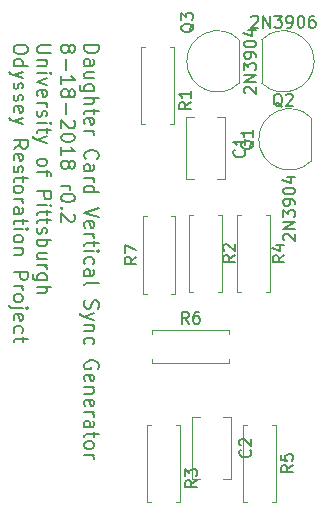
<source format=gbr>
G04 #@! TF.GenerationSoftware,KiCad,Pcbnew,(2017-12-21 revision 23d71cfa9)-makepkg*
G04 #@! TF.CreationDate,2018-08-18T11:58:49-04:00*
G04 #@! TF.ProjectId,OdysseyDaughterCardVertSyncGenerator,4F647973736579446175676874657243,0.2*
G04 #@! TF.SameCoordinates,Original*
G04 #@! TF.FileFunction,Legend,Top*
G04 #@! TF.FilePolarity,Positive*
%FSLAX46Y46*%
G04 Gerber Fmt 4.6, Leading zero omitted, Abs format (unit mm)*
G04 Created by KiCad (PCBNEW (2017-12-21 revision 23d71cfa9)-makepkg) date 08/18/18 11:58:49*
%MOMM*%
%LPD*%
G01*
G04 APERTURE LIST*
%ADD10C,0.200000*%
%ADD11C,0.120000*%
%ADD12C,0.150000*%
G04 APERTURE END LIST*
D10*
X131489142Y-80679714D02*
X132689142Y-80679714D01*
X132689142Y-80965428D01*
X132632000Y-81136857D01*
X132517714Y-81251142D01*
X132403428Y-81308285D01*
X132174857Y-81365428D01*
X132003428Y-81365428D01*
X131774857Y-81308285D01*
X131660571Y-81251142D01*
X131546285Y-81136857D01*
X131489142Y-80965428D01*
X131489142Y-80679714D01*
X131489142Y-82394000D02*
X132117714Y-82394000D01*
X132232000Y-82336857D01*
X132289142Y-82222571D01*
X132289142Y-81994000D01*
X132232000Y-81879714D01*
X131546285Y-82394000D02*
X131489142Y-82279714D01*
X131489142Y-81994000D01*
X131546285Y-81879714D01*
X131660571Y-81822571D01*
X131774857Y-81822571D01*
X131889142Y-81879714D01*
X131946285Y-81994000D01*
X131946285Y-82279714D01*
X132003428Y-82394000D01*
X132289142Y-83479714D02*
X131489142Y-83479714D01*
X132289142Y-82965428D02*
X131660571Y-82965428D01*
X131546285Y-83022571D01*
X131489142Y-83136857D01*
X131489142Y-83308285D01*
X131546285Y-83422571D01*
X131603428Y-83479714D01*
X132289142Y-84565428D02*
X131317714Y-84565428D01*
X131203428Y-84508285D01*
X131146285Y-84451142D01*
X131089142Y-84336857D01*
X131089142Y-84165428D01*
X131146285Y-84051142D01*
X131546285Y-84565428D02*
X131489142Y-84451142D01*
X131489142Y-84222571D01*
X131546285Y-84108285D01*
X131603428Y-84051142D01*
X131717714Y-83994000D01*
X132060571Y-83994000D01*
X132174857Y-84051142D01*
X132232000Y-84108285D01*
X132289142Y-84222571D01*
X132289142Y-84451142D01*
X132232000Y-84565428D01*
X131489142Y-85136857D02*
X132689142Y-85136857D01*
X131489142Y-85651142D02*
X132117714Y-85651142D01*
X132232000Y-85594000D01*
X132289142Y-85479714D01*
X132289142Y-85308285D01*
X132232000Y-85194000D01*
X132174857Y-85136857D01*
X132289142Y-86051142D02*
X132289142Y-86508285D01*
X132689142Y-86222571D02*
X131660571Y-86222571D01*
X131546285Y-86279714D01*
X131489142Y-86394000D01*
X131489142Y-86508285D01*
X131546285Y-87365428D02*
X131489142Y-87251142D01*
X131489142Y-87022571D01*
X131546285Y-86908285D01*
X131660571Y-86851142D01*
X132117714Y-86851142D01*
X132232000Y-86908285D01*
X132289142Y-87022571D01*
X132289142Y-87251142D01*
X132232000Y-87365428D01*
X132117714Y-87422571D01*
X132003428Y-87422571D01*
X131889142Y-86851142D01*
X131489142Y-87936857D02*
X132289142Y-87936857D01*
X132060571Y-87936857D02*
X132174857Y-87994000D01*
X132232000Y-88051142D01*
X132289142Y-88165428D01*
X132289142Y-88279714D01*
X131603428Y-90279714D02*
X131546285Y-90222571D01*
X131489142Y-90051142D01*
X131489142Y-89936857D01*
X131546285Y-89765428D01*
X131660571Y-89651142D01*
X131774857Y-89594000D01*
X132003428Y-89536857D01*
X132174857Y-89536857D01*
X132403428Y-89594000D01*
X132517714Y-89651142D01*
X132632000Y-89765428D01*
X132689142Y-89936857D01*
X132689142Y-90051142D01*
X132632000Y-90222571D01*
X132574857Y-90279714D01*
X131489142Y-91308285D02*
X132117714Y-91308285D01*
X132232000Y-91251142D01*
X132289142Y-91136857D01*
X132289142Y-90908285D01*
X132232000Y-90794000D01*
X131546285Y-91308285D02*
X131489142Y-91194000D01*
X131489142Y-90908285D01*
X131546285Y-90794000D01*
X131660571Y-90736857D01*
X131774857Y-90736857D01*
X131889142Y-90794000D01*
X131946285Y-90908285D01*
X131946285Y-91194000D01*
X132003428Y-91308285D01*
X131489142Y-91879714D02*
X132289142Y-91879714D01*
X132060571Y-91879714D02*
X132174857Y-91936857D01*
X132232000Y-91994000D01*
X132289142Y-92108285D01*
X132289142Y-92222571D01*
X131489142Y-93136857D02*
X132689142Y-93136857D01*
X131546285Y-93136857D02*
X131489142Y-93022571D01*
X131489142Y-92794000D01*
X131546285Y-92679714D01*
X131603428Y-92622571D01*
X131717714Y-92565428D01*
X132060571Y-92565428D01*
X132174857Y-92622571D01*
X132232000Y-92679714D01*
X132289142Y-92794000D01*
X132289142Y-93022571D01*
X132232000Y-93136857D01*
X132689142Y-94451142D02*
X131489142Y-94851142D01*
X132689142Y-95251142D01*
X131546285Y-96108285D02*
X131489142Y-95994000D01*
X131489142Y-95765428D01*
X131546285Y-95651142D01*
X131660571Y-95594000D01*
X132117714Y-95594000D01*
X132232000Y-95651142D01*
X132289142Y-95765428D01*
X132289142Y-95994000D01*
X132232000Y-96108285D01*
X132117714Y-96165428D01*
X132003428Y-96165428D01*
X131889142Y-95594000D01*
X131489142Y-96679714D02*
X132289142Y-96679714D01*
X132060571Y-96679714D02*
X132174857Y-96736857D01*
X132232000Y-96794000D01*
X132289142Y-96908285D01*
X132289142Y-97022571D01*
X132289142Y-97251142D02*
X132289142Y-97708285D01*
X132689142Y-97422571D02*
X131660571Y-97422571D01*
X131546285Y-97479714D01*
X131489142Y-97594000D01*
X131489142Y-97708285D01*
X131489142Y-98108285D02*
X132289142Y-98108285D01*
X132689142Y-98108285D02*
X132632000Y-98051142D01*
X132574857Y-98108285D01*
X132632000Y-98165428D01*
X132689142Y-98108285D01*
X132574857Y-98108285D01*
X131546285Y-99194000D02*
X131489142Y-99079714D01*
X131489142Y-98851142D01*
X131546285Y-98736857D01*
X131603428Y-98679714D01*
X131717714Y-98622571D01*
X132060571Y-98622571D01*
X132174857Y-98679714D01*
X132232000Y-98736857D01*
X132289142Y-98851142D01*
X132289142Y-99079714D01*
X132232000Y-99194000D01*
X131489142Y-100222571D02*
X132117714Y-100222571D01*
X132232000Y-100165428D01*
X132289142Y-100051142D01*
X132289142Y-99822571D01*
X132232000Y-99708285D01*
X131546285Y-100222571D02*
X131489142Y-100108285D01*
X131489142Y-99822571D01*
X131546285Y-99708285D01*
X131660571Y-99651142D01*
X131774857Y-99651142D01*
X131889142Y-99708285D01*
X131946285Y-99822571D01*
X131946285Y-100108285D01*
X132003428Y-100222571D01*
X131489142Y-100965428D02*
X131546285Y-100851142D01*
X131660571Y-100794000D01*
X132689142Y-100794000D01*
X131546285Y-102279714D02*
X131489142Y-102451142D01*
X131489142Y-102736857D01*
X131546285Y-102851142D01*
X131603428Y-102908285D01*
X131717714Y-102965428D01*
X131832000Y-102965428D01*
X131946285Y-102908285D01*
X132003428Y-102851142D01*
X132060571Y-102736857D01*
X132117714Y-102508285D01*
X132174857Y-102394000D01*
X132232000Y-102336857D01*
X132346285Y-102279714D01*
X132460571Y-102279714D01*
X132574857Y-102336857D01*
X132632000Y-102394000D01*
X132689142Y-102508285D01*
X132689142Y-102794000D01*
X132632000Y-102965428D01*
X132289142Y-103365428D02*
X131489142Y-103651142D01*
X132289142Y-103936857D02*
X131489142Y-103651142D01*
X131203428Y-103536857D01*
X131146285Y-103479714D01*
X131089142Y-103365428D01*
X132289142Y-104394000D02*
X131489142Y-104394000D01*
X132174857Y-104394000D02*
X132232000Y-104451142D01*
X132289142Y-104565428D01*
X132289142Y-104736857D01*
X132232000Y-104851142D01*
X132117714Y-104908285D01*
X131489142Y-104908285D01*
X131546285Y-105994000D02*
X131489142Y-105879714D01*
X131489142Y-105651142D01*
X131546285Y-105536857D01*
X131603428Y-105479714D01*
X131717714Y-105422571D01*
X132060571Y-105422571D01*
X132174857Y-105479714D01*
X132232000Y-105536857D01*
X132289142Y-105651142D01*
X132289142Y-105879714D01*
X132232000Y-105994000D01*
X132632000Y-108051142D02*
X132689142Y-107936857D01*
X132689142Y-107765428D01*
X132632000Y-107594000D01*
X132517714Y-107479714D01*
X132403428Y-107422571D01*
X132174857Y-107365428D01*
X132003428Y-107365428D01*
X131774857Y-107422571D01*
X131660571Y-107479714D01*
X131546285Y-107594000D01*
X131489142Y-107765428D01*
X131489142Y-107879714D01*
X131546285Y-108051142D01*
X131603428Y-108108285D01*
X132003428Y-108108285D01*
X132003428Y-107879714D01*
X131546285Y-109079714D02*
X131489142Y-108965428D01*
X131489142Y-108736857D01*
X131546285Y-108622571D01*
X131660571Y-108565428D01*
X132117714Y-108565428D01*
X132232000Y-108622571D01*
X132289142Y-108736857D01*
X132289142Y-108965428D01*
X132232000Y-109079714D01*
X132117714Y-109136857D01*
X132003428Y-109136857D01*
X131889142Y-108565428D01*
X132289142Y-109651142D02*
X131489142Y-109651142D01*
X132174857Y-109651142D02*
X132232000Y-109708285D01*
X132289142Y-109822571D01*
X132289142Y-109994000D01*
X132232000Y-110108285D01*
X132117714Y-110165428D01*
X131489142Y-110165428D01*
X131546285Y-111194000D02*
X131489142Y-111079714D01*
X131489142Y-110851142D01*
X131546285Y-110736857D01*
X131660571Y-110679714D01*
X132117714Y-110679714D01*
X132232000Y-110736857D01*
X132289142Y-110851142D01*
X132289142Y-111079714D01*
X132232000Y-111194000D01*
X132117714Y-111251142D01*
X132003428Y-111251142D01*
X131889142Y-110679714D01*
X131489142Y-111765428D02*
X132289142Y-111765428D01*
X132060571Y-111765428D02*
X132174857Y-111822571D01*
X132232000Y-111879714D01*
X132289142Y-111994000D01*
X132289142Y-112108285D01*
X131489142Y-113022571D02*
X132117714Y-113022571D01*
X132232000Y-112965428D01*
X132289142Y-112851142D01*
X132289142Y-112622571D01*
X132232000Y-112508285D01*
X131546285Y-113022571D02*
X131489142Y-112908285D01*
X131489142Y-112622571D01*
X131546285Y-112508285D01*
X131660571Y-112451142D01*
X131774857Y-112451142D01*
X131889142Y-112508285D01*
X131946285Y-112622571D01*
X131946285Y-112908285D01*
X132003428Y-113022571D01*
X132289142Y-113422571D02*
X132289142Y-113879714D01*
X132689142Y-113594000D02*
X131660571Y-113594000D01*
X131546285Y-113651142D01*
X131489142Y-113765428D01*
X131489142Y-113879714D01*
X131489142Y-114451142D02*
X131546285Y-114336857D01*
X131603428Y-114279714D01*
X131717714Y-114222571D01*
X132060571Y-114222571D01*
X132174857Y-114279714D01*
X132232000Y-114336857D01*
X132289142Y-114451142D01*
X132289142Y-114622571D01*
X132232000Y-114736857D01*
X132174857Y-114794000D01*
X132060571Y-114851142D01*
X131717714Y-114851142D01*
X131603428Y-114794000D01*
X131546285Y-114736857D01*
X131489142Y-114622571D01*
X131489142Y-114451142D01*
X131489142Y-115365428D02*
X132289142Y-115365428D01*
X132060571Y-115365428D02*
X132174857Y-115422571D01*
X132232000Y-115479714D01*
X132289142Y-115594000D01*
X132289142Y-115708285D01*
X130174857Y-80851142D02*
X130232000Y-80736857D01*
X130289142Y-80679714D01*
X130403428Y-80622571D01*
X130460571Y-80622571D01*
X130574857Y-80679714D01*
X130632000Y-80736857D01*
X130689142Y-80851142D01*
X130689142Y-81079714D01*
X130632000Y-81194000D01*
X130574857Y-81251142D01*
X130460571Y-81308285D01*
X130403428Y-81308285D01*
X130289142Y-81251142D01*
X130232000Y-81194000D01*
X130174857Y-81079714D01*
X130174857Y-80851142D01*
X130117714Y-80736857D01*
X130060571Y-80679714D01*
X129946285Y-80622571D01*
X129717714Y-80622571D01*
X129603428Y-80679714D01*
X129546285Y-80736857D01*
X129489142Y-80851142D01*
X129489142Y-81079714D01*
X129546285Y-81194000D01*
X129603428Y-81251142D01*
X129717714Y-81308285D01*
X129946285Y-81308285D01*
X130060571Y-81251142D01*
X130117714Y-81194000D01*
X130174857Y-81079714D01*
X129946285Y-81822571D02*
X129946285Y-82736857D01*
X129489142Y-83936857D02*
X129489142Y-83251142D01*
X129489142Y-83594000D02*
X130689142Y-83594000D01*
X130517714Y-83479714D01*
X130403428Y-83365428D01*
X130346285Y-83251142D01*
X130174857Y-84622571D02*
X130232000Y-84508285D01*
X130289142Y-84451142D01*
X130403428Y-84394000D01*
X130460571Y-84394000D01*
X130574857Y-84451142D01*
X130632000Y-84508285D01*
X130689142Y-84622571D01*
X130689142Y-84851142D01*
X130632000Y-84965428D01*
X130574857Y-85022571D01*
X130460571Y-85079714D01*
X130403428Y-85079714D01*
X130289142Y-85022571D01*
X130232000Y-84965428D01*
X130174857Y-84851142D01*
X130174857Y-84622571D01*
X130117714Y-84508285D01*
X130060571Y-84451142D01*
X129946285Y-84394000D01*
X129717714Y-84394000D01*
X129603428Y-84451142D01*
X129546285Y-84508285D01*
X129489142Y-84622571D01*
X129489142Y-84851142D01*
X129546285Y-84965428D01*
X129603428Y-85022571D01*
X129717714Y-85079714D01*
X129946285Y-85079714D01*
X130060571Y-85022571D01*
X130117714Y-84965428D01*
X130174857Y-84851142D01*
X129946285Y-85594000D02*
X129946285Y-86508285D01*
X130574857Y-87022571D02*
X130632000Y-87079714D01*
X130689142Y-87194000D01*
X130689142Y-87479714D01*
X130632000Y-87594000D01*
X130574857Y-87651142D01*
X130460571Y-87708285D01*
X130346285Y-87708285D01*
X130174857Y-87651142D01*
X129489142Y-86965428D01*
X129489142Y-87708285D01*
X130689142Y-88451142D02*
X130689142Y-88565428D01*
X130632000Y-88679714D01*
X130574857Y-88736857D01*
X130460571Y-88794000D01*
X130232000Y-88851142D01*
X129946285Y-88851142D01*
X129717714Y-88794000D01*
X129603428Y-88736857D01*
X129546285Y-88679714D01*
X129489142Y-88565428D01*
X129489142Y-88451142D01*
X129546285Y-88336857D01*
X129603428Y-88279714D01*
X129717714Y-88222571D01*
X129946285Y-88165428D01*
X130232000Y-88165428D01*
X130460571Y-88222571D01*
X130574857Y-88279714D01*
X130632000Y-88336857D01*
X130689142Y-88451142D01*
X129489142Y-89994000D02*
X129489142Y-89308285D01*
X129489142Y-89651142D02*
X130689142Y-89651142D01*
X130517714Y-89536857D01*
X130403428Y-89422571D01*
X130346285Y-89308285D01*
X130174857Y-90679714D02*
X130232000Y-90565428D01*
X130289142Y-90508285D01*
X130403428Y-90451142D01*
X130460571Y-90451142D01*
X130574857Y-90508285D01*
X130632000Y-90565428D01*
X130689142Y-90679714D01*
X130689142Y-90908285D01*
X130632000Y-91022571D01*
X130574857Y-91079714D01*
X130460571Y-91136857D01*
X130403428Y-91136857D01*
X130289142Y-91079714D01*
X130232000Y-91022571D01*
X130174857Y-90908285D01*
X130174857Y-90679714D01*
X130117714Y-90565428D01*
X130060571Y-90508285D01*
X129946285Y-90451142D01*
X129717714Y-90451142D01*
X129603428Y-90508285D01*
X129546285Y-90565428D01*
X129489142Y-90679714D01*
X129489142Y-90908285D01*
X129546285Y-91022571D01*
X129603428Y-91079714D01*
X129717714Y-91136857D01*
X129946285Y-91136857D01*
X130060571Y-91079714D01*
X130117714Y-91022571D01*
X130174857Y-90908285D01*
X129489142Y-92565428D02*
X130289142Y-92565428D01*
X130060571Y-92565428D02*
X130174857Y-92622571D01*
X130232000Y-92679714D01*
X130289142Y-92794000D01*
X130289142Y-92908285D01*
X130689142Y-93536857D02*
X130689142Y-93651142D01*
X130632000Y-93765428D01*
X130574857Y-93822571D01*
X130460571Y-93879714D01*
X130232000Y-93936857D01*
X129946285Y-93936857D01*
X129717714Y-93879714D01*
X129603428Y-93822571D01*
X129546285Y-93765428D01*
X129489142Y-93651142D01*
X129489142Y-93536857D01*
X129546285Y-93422571D01*
X129603428Y-93365428D01*
X129717714Y-93308285D01*
X129946285Y-93251142D01*
X130232000Y-93251142D01*
X130460571Y-93308285D01*
X130574857Y-93365428D01*
X130632000Y-93422571D01*
X130689142Y-93536857D01*
X129603428Y-94451142D02*
X129546285Y-94508285D01*
X129489142Y-94451142D01*
X129546285Y-94394000D01*
X129603428Y-94451142D01*
X129489142Y-94451142D01*
X130574857Y-94965428D02*
X130632000Y-95022571D01*
X130689142Y-95136857D01*
X130689142Y-95422571D01*
X130632000Y-95536857D01*
X130574857Y-95594000D01*
X130460571Y-95651142D01*
X130346285Y-95651142D01*
X130174857Y-95594000D01*
X129489142Y-94908285D01*
X129489142Y-95651142D01*
X128689142Y-80679714D02*
X127717714Y-80679714D01*
X127603428Y-80736857D01*
X127546285Y-80794000D01*
X127489142Y-80908285D01*
X127489142Y-81136857D01*
X127546285Y-81251142D01*
X127603428Y-81308285D01*
X127717714Y-81365428D01*
X128689142Y-81365428D01*
X128289142Y-81936857D02*
X127489142Y-81936857D01*
X128174857Y-81936857D02*
X128232000Y-81994000D01*
X128289142Y-82108285D01*
X128289142Y-82279714D01*
X128232000Y-82394000D01*
X128117714Y-82451142D01*
X127489142Y-82451142D01*
X127489142Y-83022571D02*
X128289142Y-83022571D01*
X128689142Y-83022571D02*
X128632000Y-82965428D01*
X128574857Y-83022571D01*
X128632000Y-83079714D01*
X128689142Y-83022571D01*
X128574857Y-83022571D01*
X128289142Y-83479714D02*
X127489142Y-83765428D01*
X128289142Y-84051142D01*
X127546285Y-84965428D02*
X127489142Y-84851142D01*
X127489142Y-84622571D01*
X127546285Y-84508285D01*
X127660571Y-84451142D01*
X128117714Y-84451142D01*
X128232000Y-84508285D01*
X128289142Y-84622571D01*
X128289142Y-84851142D01*
X128232000Y-84965428D01*
X128117714Y-85022571D01*
X128003428Y-85022571D01*
X127889142Y-84451142D01*
X127489142Y-85536857D02*
X128289142Y-85536857D01*
X128060571Y-85536857D02*
X128174857Y-85594000D01*
X128232000Y-85651142D01*
X128289142Y-85765428D01*
X128289142Y-85879714D01*
X127546285Y-86222571D02*
X127489142Y-86336857D01*
X127489142Y-86565428D01*
X127546285Y-86679714D01*
X127660571Y-86736857D01*
X127717714Y-86736857D01*
X127832000Y-86679714D01*
X127889142Y-86565428D01*
X127889142Y-86394000D01*
X127946285Y-86279714D01*
X128060571Y-86222571D01*
X128117714Y-86222571D01*
X128232000Y-86279714D01*
X128289142Y-86394000D01*
X128289142Y-86565428D01*
X128232000Y-86679714D01*
X127489142Y-87251142D02*
X128289142Y-87251142D01*
X128689142Y-87251142D02*
X128632000Y-87194000D01*
X128574857Y-87251142D01*
X128632000Y-87308285D01*
X128689142Y-87251142D01*
X128574857Y-87251142D01*
X128289142Y-87651142D02*
X128289142Y-88108285D01*
X128689142Y-87822571D02*
X127660571Y-87822571D01*
X127546285Y-87879714D01*
X127489142Y-87994000D01*
X127489142Y-88108285D01*
X128289142Y-88394000D02*
X127489142Y-88679714D01*
X128289142Y-88965428D02*
X127489142Y-88679714D01*
X127203428Y-88565428D01*
X127146285Y-88508285D01*
X127089142Y-88394000D01*
X127489142Y-90508285D02*
X127546285Y-90394000D01*
X127603428Y-90336857D01*
X127717714Y-90279714D01*
X128060571Y-90279714D01*
X128174857Y-90336857D01*
X128232000Y-90394000D01*
X128289142Y-90508285D01*
X128289142Y-90679714D01*
X128232000Y-90794000D01*
X128174857Y-90851142D01*
X128060571Y-90908285D01*
X127717714Y-90908285D01*
X127603428Y-90851142D01*
X127546285Y-90794000D01*
X127489142Y-90679714D01*
X127489142Y-90508285D01*
X128289142Y-91251142D02*
X128289142Y-91708285D01*
X127489142Y-91422571D02*
X128517714Y-91422571D01*
X128632000Y-91479714D01*
X128689142Y-91594000D01*
X128689142Y-91708285D01*
X127489142Y-93022571D02*
X128689142Y-93022571D01*
X128689142Y-93479714D01*
X128632000Y-93594000D01*
X128574857Y-93651142D01*
X128460571Y-93708285D01*
X128289142Y-93708285D01*
X128174857Y-93651142D01*
X128117714Y-93594000D01*
X128060571Y-93479714D01*
X128060571Y-93022571D01*
X127489142Y-94222571D02*
X128289142Y-94222571D01*
X128689142Y-94222571D02*
X128632000Y-94165428D01*
X128574857Y-94222571D01*
X128632000Y-94279714D01*
X128689142Y-94222571D01*
X128574857Y-94222571D01*
X128289142Y-94622571D02*
X128289142Y-95079714D01*
X128689142Y-94794000D02*
X127660571Y-94794000D01*
X127546285Y-94851142D01*
X127489142Y-94965428D01*
X127489142Y-95079714D01*
X128289142Y-95308285D02*
X128289142Y-95765428D01*
X128689142Y-95479714D02*
X127660571Y-95479714D01*
X127546285Y-95536857D01*
X127489142Y-95651142D01*
X127489142Y-95765428D01*
X127546285Y-96108285D02*
X127489142Y-96222571D01*
X127489142Y-96451142D01*
X127546285Y-96565428D01*
X127660571Y-96622571D01*
X127717714Y-96622571D01*
X127832000Y-96565428D01*
X127889142Y-96451142D01*
X127889142Y-96279714D01*
X127946285Y-96165428D01*
X128060571Y-96108285D01*
X128117714Y-96108285D01*
X128232000Y-96165428D01*
X128289142Y-96279714D01*
X128289142Y-96451142D01*
X128232000Y-96565428D01*
X127489142Y-97136857D02*
X128689142Y-97136857D01*
X128232000Y-97136857D02*
X128289142Y-97251142D01*
X128289142Y-97479714D01*
X128232000Y-97594000D01*
X128174857Y-97651142D01*
X128060571Y-97708285D01*
X127717714Y-97708285D01*
X127603428Y-97651142D01*
X127546285Y-97594000D01*
X127489142Y-97479714D01*
X127489142Y-97251142D01*
X127546285Y-97136857D01*
X128289142Y-98736857D02*
X127489142Y-98736857D01*
X128289142Y-98222571D02*
X127660571Y-98222571D01*
X127546285Y-98279714D01*
X127489142Y-98394000D01*
X127489142Y-98565428D01*
X127546285Y-98679714D01*
X127603428Y-98736857D01*
X127489142Y-99308285D02*
X128289142Y-99308285D01*
X128060571Y-99308285D02*
X128174857Y-99365428D01*
X128232000Y-99422571D01*
X128289142Y-99536857D01*
X128289142Y-99651142D01*
X128289142Y-100565428D02*
X127317714Y-100565428D01*
X127203428Y-100508285D01*
X127146285Y-100451142D01*
X127089142Y-100336857D01*
X127089142Y-100165428D01*
X127146285Y-100051142D01*
X127546285Y-100565428D02*
X127489142Y-100451142D01*
X127489142Y-100222571D01*
X127546285Y-100108285D01*
X127603428Y-100051142D01*
X127717714Y-99994000D01*
X128060571Y-99994000D01*
X128174857Y-100051142D01*
X128232000Y-100108285D01*
X128289142Y-100222571D01*
X128289142Y-100451142D01*
X128232000Y-100565428D01*
X127489142Y-101136857D02*
X128689142Y-101136857D01*
X127489142Y-101651142D02*
X128117714Y-101651142D01*
X128232000Y-101594000D01*
X128289142Y-101479714D01*
X128289142Y-101308285D01*
X128232000Y-101194000D01*
X128174857Y-101136857D01*
X126689142Y-80908285D02*
X126689142Y-81136857D01*
X126632000Y-81251142D01*
X126517714Y-81365428D01*
X126289142Y-81422571D01*
X125889142Y-81422571D01*
X125660571Y-81365428D01*
X125546285Y-81251142D01*
X125489142Y-81136857D01*
X125489142Y-80908285D01*
X125546285Y-80794000D01*
X125660571Y-80679714D01*
X125889142Y-80622571D01*
X126289142Y-80622571D01*
X126517714Y-80679714D01*
X126632000Y-80794000D01*
X126689142Y-80908285D01*
X125489142Y-82451142D02*
X126689142Y-82451142D01*
X125546285Y-82451142D02*
X125489142Y-82336857D01*
X125489142Y-82108285D01*
X125546285Y-81994000D01*
X125603428Y-81936857D01*
X125717714Y-81879714D01*
X126060571Y-81879714D01*
X126174857Y-81936857D01*
X126232000Y-81994000D01*
X126289142Y-82108285D01*
X126289142Y-82336857D01*
X126232000Y-82451142D01*
X126289142Y-82908285D02*
X125489142Y-83194000D01*
X126289142Y-83479714D02*
X125489142Y-83194000D01*
X125203428Y-83079714D01*
X125146285Y-83022571D01*
X125089142Y-82908285D01*
X125546285Y-83879714D02*
X125489142Y-83994000D01*
X125489142Y-84222571D01*
X125546285Y-84336857D01*
X125660571Y-84394000D01*
X125717714Y-84394000D01*
X125832000Y-84336857D01*
X125889142Y-84222571D01*
X125889142Y-84051142D01*
X125946285Y-83936857D01*
X126060571Y-83879714D01*
X126117714Y-83879714D01*
X126232000Y-83936857D01*
X126289142Y-84051142D01*
X126289142Y-84222571D01*
X126232000Y-84336857D01*
X125546285Y-84851142D02*
X125489142Y-84965428D01*
X125489142Y-85194000D01*
X125546285Y-85308285D01*
X125660571Y-85365428D01*
X125717714Y-85365428D01*
X125832000Y-85308285D01*
X125889142Y-85194000D01*
X125889142Y-85022571D01*
X125946285Y-84908285D01*
X126060571Y-84851142D01*
X126117714Y-84851142D01*
X126232000Y-84908285D01*
X126289142Y-85022571D01*
X126289142Y-85194000D01*
X126232000Y-85308285D01*
X125546285Y-86336857D02*
X125489142Y-86222571D01*
X125489142Y-85994000D01*
X125546285Y-85879714D01*
X125660571Y-85822571D01*
X126117714Y-85822571D01*
X126232000Y-85879714D01*
X126289142Y-85994000D01*
X126289142Y-86222571D01*
X126232000Y-86336857D01*
X126117714Y-86394000D01*
X126003428Y-86394000D01*
X125889142Y-85822571D01*
X126289142Y-86794000D02*
X125489142Y-87079714D01*
X126289142Y-87365428D02*
X125489142Y-87079714D01*
X125203428Y-86965428D01*
X125146285Y-86908285D01*
X125089142Y-86794000D01*
X125489142Y-89422571D02*
X126060571Y-89022571D01*
X125489142Y-88736857D02*
X126689142Y-88736857D01*
X126689142Y-89194000D01*
X126632000Y-89308285D01*
X126574857Y-89365428D01*
X126460571Y-89422571D01*
X126289142Y-89422571D01*
X126174857Y-89365428D01*
X126117714Y-89308285D01*
X126060571Y-89194000D01*
X126060571Y-88736857D01*
X125546285Y-90394000D02*
X125489142Y-90279714D01*
X125489142Y-90051142D01*
X125546285Y-89936857D01*
X125660571Y-89879714D01*
X126117714Y-89879714D01*
X126232000Y-89936857D01*
X126289142Y-90051142D01*
X126289142Y-90279714D01*
X126232000Y-90394000D01*
X126117714Y-90451142D01*
X126003428Y-90451142D01*
X125889142Y-89879714D01*
X125546285Y-90908285D02*
X125489142Y-91022571D01*
X125489142Y-91251142D01*
X125546285Y-91365428D01*
X125660571Y-91422571D01*
X125717714Y-91422571D01*
X125832000Y-91365428D01*
X125889142Y-91251142D01*
X125889142Y-91079714D01*
X125946285Y-90965428D01*
X126060571Y-90908285D01*
X126117714Y-90908285D01*
X126232000Y-90965428D01*
X126289142Y-91079714D01*
X126289142Y-91251142D01*
X126232000Y-91365428D01*
X126289142Y-91765428D02*
X126289142Y-92222571D01*
X126689142Y-91936857D02*
X125660571Y-91936857D01*
X125546285Y-91994000D01*
X125489142Y-92108285D01*
X125489142Y-92222571D01*
X125489142Y-92794000D02*
X125546285Y-92679714D01*
X125603428Y-92622571D01*
X125717714Y-92565428D01*
X126060571Y-92565428D01*
X126174857Y-92622571D01*
X126232000Y-92679714D01*
X126289142Y-92794000D01*
X126289142Y-92965428D01*
X126232000Y-93079714D01*
X126174857Y-93136857D01*
X126060571Y-93194000D01*
X125717714Y-93194000D01*
X125603428Y-93136857D01*
X125546285Y-93079714D01*
X125489142Y-92965428D01*
X125489142Y-92794000D01*
X125489142Y-93708285D02*
X126289142Y-93708285D01*
X126060571Y-93708285D02*
X126174857Y-93765428D01*
X126232000Y-93822571D01*
X126289142Y-93936857D01*
X126289142Y-94051142D01*
X125489142Y-94965428D02*
X126117714Y-94965428D01*
X126232000Y-94908285D01*
X126289142Y-94794000D01*
X126289142Y-94565428D01*
X126232000Y-94451142D01*
X125546285Y-94965428D02*
X125489142Y-94851142D01*
X125489142Y-94565428D01*
X125546285Y-94451142D01*
X125660571Y-94394000D01*
X125774857Y-94394000D01*
X125889142Y-94451142D01*
X125946285Y-94565428D01*
X125946285Y-94851142D01*
X126003428Y-94965428D01*
X126289142Y-95365428D02*
X126289142Y-95822571D01*
X126689142Y-95536857D02*
X125660571Y-95536857D01*
X125546285Y-95594000D01*
X125489142Y-95708285D01*
X125489142Y-95822571D01*
X125489142Y-96222571D02*
X126289142Y-96222571D01*
X126689142Y-96222571D02*
X126632000Y-96165428D01*
X126574857Y-96222571D01*
X126632000Y-96279714D01*
X126689142Y-96222571D01*
X126574857Y-96222571D01*
X125489142Y-96965428D02*
X125546285Y-96851142D01*
X125603428Y-96794000D01*
X125717714Y-96736857D01*
X126060571Y-96736857D01*
X126174857Y-96794000D01*
X126232000Y-96851142D01*
X126289142Y-96965428D01*
X126289142Y-97136857D01*
X126232000Y-97251142D01*
X126174857Y-97308285D01*
X126060571Y-97365428D01*
X125717714Y-97365428D01*
X125603428Y-97308285D01*
X125546285Y-97251142D01*
X125489142Y-97136857D01*
X125489142Y-96965428D01*
X126289142Y-97879714D02*
X125489142Y-97879714D01*
X126174857Y-97879714D02*
X126232000Y-97936857D01*
X126289142Y-98051142D01*
X126289142Y-98222571D01*
X126232000Y-98336857D01*
X126117714Y-98394000D01*
X125489142Y-98394000D01*
X125489142Y-99879714D02*
X126689142Y-99879714D01*
X126689142Y-100336857D01*
X126632000Y-100451142D01*
X126574857Y-100508285D01*
X126460571Y-100565428D01*
X126289142Y-100565428D01*
X126174857Y-100508285D01*
X126117714Y-100451142D01*
X126060571Y-100336857D01*
X126060571Y-99879714D01*
X125489142Y-101079714D02*
X126289142Y-101079714D01*
X126060571Y-101079714D02*
X126174857Y-101136857D01*
X126232000Y-101194000D01*
X126289142Y-101308285D01*
X126289142Y-101422571D01*
X125489142Y-101994000D02*
X125546285Y-101879714D01*
X125603428Y-101822571D01*
X125717714Y-101765428D01*
X126060571Y-101765428D01*
X126174857Y-101822571D01*
X126232000Y-101879714D01*
X126289142Y-101994000D01*
X126289142Y-102165428D01*
X126232000Y-102279714D01*
X126174857Y-102336857D01*
X126060571Y-102394000D01*
X125717714Y-102394000D01*
X125603428Y-102336857D01*
X125546285Y-102279714D01*
X125489142Y-102165428D01*
X125489142Y-101994000D01*
X126289142Y-102908285D02*
X125260571Y-102908285D01*
X125146285Y-102851142D01*
X125089142Y-102736857D01*
X125089142Y-102679714D01*
X126689142Y-102908285D02*
X126632000Y-102851142D01*
X126574857Y-102908285D01*
X126632000Y-102965428D01*
X126689142Y-102908285D01*
X126574857Y-102908285D01*
X125546285Y-103936857D02*
X125489142Y-103822571D01*
X125489142Y-103594000D01*
X125546285Y-103479714D01*
X125660571Y-103422571D01*
X126117714Y-103422571D01*
X126232000Y-103479714D01*
X126289142Y-103594000D01*
X126289142Y-103822571D01*
X126232000Y-103936857D01*
X126117714Y-103994000D01*
X126003428Y-103994000D01*
X125889142Y-103422571D01*
X125546285Y-105022571D02*
X125489142Y-104908285D01*
X125489142Y-104679714D01*
X125546285Y-104565428D01*
X125603428Y-104508285D01*
X125717714Y-104451142D01*
X126060571Y-104451142D01*
X126174857Y-104508285D01*
X126232000Y-104565428D01*
X126289142Y-104679714D01*
X126289142Y-104908285D01*
X126232000Y-105022571D01*
X126289142Y-105365428D02*
X126289142Y-105822571D01*
X126689142Y-105536857D02*
X125660571Y-105536857D01*
X125546285Y-105594000D01*
X125489142Y-105708285D01*
X125489142Y-105822571D01*
D11*
X150694000Y-90446000D02*
X150694000Y-86846000D01*
X150682478Y-90484478D02*
G75*
G02X146244000Y-88646000I-1838478J1838478D01*
G01*
X150682478Y-86807522D02*
G75*
G03X146244000Y-88646000I-1838478J-1838478D01*
G01*
X146486000Y-80242000D02*
X146486000Y-83842000D01*
X146497522Y-80203522D02*
G75*
G02X150936000Y-82042000I1838478J-1838478D01*
G01*
X146497522Y-83880478D02*
G75*
G03X150936000Y-82042000I1838478J1838478D01*
G01*
X144586478Y-80203522D02*
G75*
G03X140148000Y-82042000I-1838478J-1838478D01*
G01*
X144586478Y-83880478D02*
G75*
G02X140148000Y-82042000I-1838478J1838478D01*
G01*
X144598000Y-83842000D02*
X144598000Y-80242000D01*
X138708000Y-80804000D02*
X139038000Y-80804000D01*
X139038000Y-80804000D02*
X139038000Y-87344000D01*
X139038000Y-87344000D02*
X138708000Y-87344000D01*
X136628000Y-80804000D02*
X136298000Y-80804000D01*
X136298000Y-80804000D02*
X136298000Y-87344000D01*
X136298000Y-87344000D02*
X136628000Y-87344000D01*
X140362000Y-101568000D02*
X140692000Y-101568000D01*
X140362000Y-95028000D02*
X140362000Y-101568000D01*
X140692000Y-95028000D02*
X140362000Y-95028000D01*
X143102000Y-101568000D02*
X142772000Y-101568000D01*
X143102000Y-95028000D02*
X143102000Y-101568000D01*
X142772000Y-95028000D02*
X143102000Y-95028000D01*
X136806000Y-119348000D02*
X137136000Y-119348000D01*
X136806000Y-112808000D02*
X136806000Y-119348000D01*
X137136000Y-112808000D02*
X136806000Y-112808000D01*
X139546000Y-119348000D02*
X139216000Y-119348000D01*
X139546000Y-112808000D02*
X139546000Y-119348000D01*
X139216000Y-112808000D02*
X139546000Y-112808000D01*
X144756000Y-101568000D02*
X144426000Y-101568000D01*
X144426000Y-101568000D02*
X144426000Y-95028000D01*
X144426000Y-95028000D02*
X144756000Y-95028000D01*
X146836000Y-101568000D02*
X147166000Y-101568000D01*
X147166000Y-101568000D02*
X147166000Y-95028000D01*
X147166000Y-95028000D02*
X146836000Y-95028000D01*
X147344000Y-112808000D02*
X147674000Y-112808000D01*
X147674000Y-112808000D02*
X147674000Y-119348000D01*
X147674000Y-119348000D02*
X147344000Y-119348000D01*
X145264000Y-112808000D02*
X144934000Y-112808000D01*
X144934000Y-112808000D02*
X144934000Y-119348000D01*
X144934000Y-119348000D02*
X145264000Y-119348000D01*
X137192000Y-105132000D02*
X137192000Y-104802000D01*
X137192000Y-104802000D02*
X143732000Y-104802000D01*
X143732000Y-104802000D02*
X143732000Y-105132000D01*
X137192000Y-107212000D02*
X137192000Y-107542000D01*
X137192000Y-107542000D02*
X143732000Y-107542000D01*
X143732000Y-107542000D02*
X143732000Y-107212000D01*
X139165000Y-95155000D02*
X138835000Y-95155000D01*
X139165000Y-101695000D02*
X139165000Y-95155000D01*
X138835000Y-101695000D02*
X139165000Y-101695000D01*
X136425000Y-95155000D02*
X136755000Y-95155000D01*
X136425000Y-101695000D02*
X136425000Y-95155000D01*
X136755000Y-101695000D02*
X136425000Y-101695000D01*
X143392000Y-86758000D02*
X143392000Y-91978000D01*
X140072000Y-86758000D02*
X140072000Y-91978000D01*
X143392000Y-86758000D02*
X142728000Y-86758000D01*
X140736000Y-86758000D02*
X140072000Y-86758000D01*
X143392000Y-91978000D02*
X142728000Y-91978000D01*
X140736000Y-91978000D02*
X140072000Y-91978000D01*
X141244000Y-117378000D02*
X140580000Y-117378000D01*
X143900000Y-117378000D02*
X143236000Y-117378000D01*
X141244000Y-112158000D02*
X140580000Y-112158000D01*
X143900000Y-112158000D02*
X143236000Y-112158000D01*
X140580000Y-112158000D02*
X140580000Y-117378000D01*
X143900000Y-112158000D02*
X143900000Y-117378000D01*
D12*
X145831619Y-88741238D02*
X145784000Y-88836476D01*
X145688761Y-88931714D01*
X145545904Y-89074571D01*
X145498285Y-89169809D01*
X145498285Y-89265047D01*
X145736380Y-89217428D02*
X145688761Y-89312666D01*
X145593523Y-89407904D01*
X145403047Y-89455523D01*
X145069714Y-89455523D01*
X144879238Y-89407904D01*
X144784000Y-89312666D01*
X144736380Y-89217428D01*
X144736380Y-89026952D01*
X144784000Y-88931714D01*
X144879238Y-88836476D01*
X145069714Y-88788857D01*
X145403047Y-88788857D01*
X145593523Y-88836476D01*
X145688761Y-88931714D01*
X145736380Y-89026952D01*
X145736380Y-89217428D01*
X145736380Y-87836476D02*
X145736380Y-88407904D01*
X145736380Y-88122190D02*
X144736380Y-88122190D01*
X144879238Y-88217428D01*
X144974476Y-88312666D01*
X145022095Y-88407904D01*
X148391619Y-97202285D02*
X148344000Y-97154666D01*
X148296380Y-97059428D01*
X148296380Y-96821333D01*
X148344000Y-96726095D01*
X148391619Y-96678476D01*
X148486857Y-96630857D01*
X148582095Y-96630857D01*
X148724952Y-96678476D01*
X149296380Y-97249904D01*
X149296380Y-96630857D01*
X149296380Y-96202285D02*
X148296380Y-96202285D01*
X149296380Y-95630857D01*
X148296380Y-95630857D01*
X148296380Y-95249904D02*
X148296380Y-94630857D01*
X148677333Y-94964190D01*
X148677333Y-94821333D01*
X148724952Y-94726095D01*
X148772571Y-94678476D01*
X148867809Y-94630857D01*
X149105904Y-94630857D01*
X149201142Y-94678476D01*
X149248761Y-94726095D01*
X149296380Y-94821333D01*
X149296380Y-95107047D01*
X149248761Y-95202285D01*
X149201142Y-95249904D01*
X149296380Y-94154666D02*
X149296380Y-93964190D01*
X149248761Y-93868952D01*
X149201142Y-93821333D01*
X149058285Y-93726095D01*
X148867809Y-93678476D01*
X148486857Y-93678476D01*
X148391619Y-93726095D01*
X148344000Y-93773714D01*
X148296380Y-93868952D01*
X148296380Y-94059428D01*
X148344000Y-94154666D01*
X148391619Y-94202285D01*
X148486857Y-94249904D01*
X148724952Y-94249904D01*
X148820190Y-94202285D01*
X148867809Y-94154666D01*
X148915428Y-94059428D01*
X148915428Y-93868952D01*
X148867809Y-93773714D01*
X148820190Y-93726095D01*
X148724952Y-93678476D01*
X148296380Y-93059428D02*
X148296380Y-92964190D01*
X148344000Y-92868952D01*
X148391619Y-92821333D01*
X148486857Y-92773714D01*
X148677333Y-92726095D01*
X148915428Y-92726095D01*
X149105904Y-92773714D01*
X149201142Y-92821333D01*
X149248761Y-92868952D01*
X149296380Y-92964190D01*
X149296380Y-93059428D01*
X149248761Y-93154666D01*
X149201142Y-93202285D01*
X149105904Y-93249904D01*
X148915428Y-93297523D01*
X148677333Y-93297523D01*
X148486857Y-93249904D01*
X148391619Y-93202285D01*
X148344000Y-93154666D01*
X148296380Y-93059428D01*
X148629714Y-91868952D02*
X149296380Y-91868952D01*
X148248761Y-92107047D02*
X148963047Y-92345142D01*
X148963047Y-91726095D01*
X148240761Y-85891619D02*
X148145523Y-85844000D01*
X148050285Y-85748761D01*
X147907428Y-85605904D01*
X147812190Y-85558285D01*
X147716952Y-85558285D01*
X147764571Y-85796380D02*
X147669333Y-85748761D01*
X147574095Y-85653523D01*
X147526476Y-85463047D01*
X147526476Y-85129714D01*
X147574095Y-84939238D01*
X147669333Y-84844000D01*
X147764571Y-84796380D01*
X147955047Y-84796380D01*
X148050285Y-84844000D01*
X148145523Y-84939238D01*
X148193142Y-85129714D01*
X148193142Y-85463047D01*
X148145523Y-85653523D01*
X148050285Y-85748761D01*
X147955047Y-85796380D01*
X147764571Y-85796380D01*
X148574095Y-84891619D02*
X148621714Y-84844000D01*
X148716952Y-84796380D01*
X148955047Y-84796380D01*
X149050285Y-84844000D01*
X149097904Y-84891619D01*
X149145523Y-84986857D01*
X149145523Y-85082095D01*
X149097904Y-85224952D01*
X148526476Y-85796380D01*
X149145523Y-85796380D01*
X145621714Y-78287619D02*
X145669333Y-78240000D01*
X145764571Y-78192380D01*
X146002666Y-78192380D01*
X146097904Y-78240000D01*
X146145523Y-78287619D01*
X146193142Y-78382857D01*
X146193142Y-78478095D01*
X146145523Y-78620952D01*
X145574095Y-79192380D01*
X146193142Y-79192380D01*
X146621714Y-79192380D02*
X146621714Y-78192380D01*
X147193142Y-79192380D01*
X147193142Y-78192380D01*
X147574095Y-78192380D02*
X148193142Y-78192380D01*
X147859809Y-78573333D01*
X148002666Y-78573333D01*
X148097904Y-78620952D01*
X148145523Y-78668571D01*
X148193142Y-78763809D01*
X148193142Y-79001904D01*
X148145523Y-79097142D01*
X148097904Y-79144761D01*
X148002666Y-79192380D01*
X147716952Y-79192380D01*
X147621714Y-79144761D01*
X147574095Y-79097142D01*
X148669333Y-79192380D02*
X148859809Y-79192380D01*
X148955047Y-79144761D01*
X149002666Y-79097142D01*
X149097904Y-78954285D01*
X149145523Y-78763809D01*
X149145523Y-78382857D01*
X149097904Y-78287619D01*
X149050285Y-78240000D01*
X148955047Y-78192380D01*
X148764571Y-78192380D01*
X148669333Y-78240000D01*
X148621714Y-78287619D01*
X148574095Y-78382857D01*
X148574095Y-78620952D01*
X148621714Y-78716190D01*
X148669333Y-78763809D01*
X148764571Y-78811428D01*
X148955047Y-78811428D01*
X149050285Y-78763809D01*
X149097904Y-78716190D01*
X149145523Y-78620952D01*
X149764571Y-78192380D02*
X149859809Y-78192380D01*
X149955047Y-78240000D01*
X150002666Y-78287619D01*
X150050285Y-78382857D01*
X150097904Y-78573333D01*
X150097904Y-78811428D01*
X150050285Y-79001904D01*
X150002666Y-79097142D01*
X149955047Y-79144761D01*
X149859809Y-79192380D01*
X149764571Y-79192380D01*
X149669333Y-79144761D01*
X149621714Y-79097142D01*
X149574095Y-79001904D01*
X149526476Y-78811428D01*
X149526476Y-78573333D01*
X149574095Y-78382857D01*
X149621714Y-78287619D01*
X149669333Y-78240000D01*
X149764571Y-78192380D01*
X150955047Y-78192380D02*
X150764571Y-78192380D01*
X150669333Y-78240000D01*
X150621714Y-78287619D01*
X150526476Y-78430476D01*
X150478857Y-78620952D01*
X150478857Y-79001904D01*
X150526476Y-79097142D01*
X150574095Y-79144761D01*
X150669333Y-79192380D01*
X150859809Y-79192380D01*
X150955047Y-79144761D01*
X151002666Y-79097142D01*
X151050285Y-79001904D01*
X151050285Y-78763809D01*
X151002666Y-78668571D01*
X150955047Y-78620952D01*
X150859809Y-78573333D01*
X150669333Y-78573333D01*
X150574095Y-78620952D01*
X150526476Y-78668571D01*
X150478857Y-78763809D01*
X140755619Y-78835238D02*
X140708000Y-78930476D01*
X140612761Y-79025714D01*
X140469904Y-79168571D01*
X140422285Y-79263809D01*
X140422285Y-79359047D01*
X140660380Y-79311428D02*
X140612761Y-79406666D01*
X140517523Y-79501904D01*
X140327047Y-79549523D01*
X139993714Y-79549523D01*
X139803238Y-79501904D01*
X139708000Y-79406666D01*
X139660380Y-79311428D01*
X139660380Y-79120952D01*
X139708000Y-79025714D01*
X139803238Y-78930476D01*
X139993714Y-78882857D01*
X140327047Y-78882857D01*
X140517523Y-78930476D01*
X140612761Y-79025714D01*
X140660380Y-79120952D01*
X140660380Y-79311428D01*
X139660380Y-78549523D02*
X139660380Y-77930476D01*
X140041333Y-78263809D01*
X140041333Y-78120952D01*
X140088952Y-78025714D01*
X140136571Y-77978095D01*
X140231809Y-77930476D01*
X140469904Y-77930476D01*
X140565142Y-77978095D01*
X140612761Y-78025714D01*
X140660380Y-78120952D01*
X140660380Y-78406666D01*
X140612761Y-78501904D01*
X140565142Y-78549523D01*
X145085619Y-84756285D02*
X145038000Y-84708666D01*
X144990380Y-84613428D01*
X144990380Y-84375333D01*
X145038000Y-84280095D01*
X145085619Y-84232476D01*
X145180857Y-84184857D01*
X145276095Y-84184857D01*
X145418952Y-84232476D01*
X145990380Y-84803904D01*
X145990380Y-84184857D01*
X145990380Y-83756285D02*
X144990380Y-83756285D01*
X145990380Y-83184857D01*
X144990380Y-83184857D01*
X144990380Y-82803904D02*
X144990380Y-82184857D01*
X145371333Y-82518190D01*
X145371333Y-82375333D01*
X145418952Y-82280095D01*
X145466571Y-82232476D01*
X145561809Y-82184857D01*
X145799904Y-82184857D01*
X145895142Y-82232476D01*
X145942761Y-82280095D01*
X145990380Y-82375333D01*
X145990380Y-82661047D01*
X145942761Y-82756285D01*
X145895142Y-82803904D01*
X145990380Y-81708666D02*
X145990380Y-81518190D01*
X145942761Y-81422952D01*
X145895142Y-81375333D01*
X145752285Y-81280095D01*
X145561809Y-81232476D01*
X145180857Y-81232476D01*
X145085619Y-81280095D01*
X145038000Y-81327714D01*
X144990380Y-81422952D01*
X144990380Y-81613428D01*
X145038000Y-81708666D01*
X145085619Y-81756285D01*
X145180857Y-81803904D01*
X145418952Y-81803904D01*
X145514190Y-81756285D01*
X145561809Y-81708666D01*
X145609428Y-81613428D01*
X145609428Y-81422952D01*
X145561809Y-81327714D01*
X145514190Y-81280095D01*
X145418952Y-81232476D01*
X144990380Y-80613428D02*
X144990380Y-80518190D01*
X145038000Y-80422952D01*
X145085619Y-80375333D01*
X145180857Y-80327714D01*
X145371333Y-80280095D01*
X145609428Y-80280095D01*
X145799904Y-80327714D01*
X145895142Y-80375333D01*
X145942761Y-80422952D01*
X145990380Y-80518190D01*
X145990380Y-80613428D01*
X145942761Y-80708666D01*
X145895142Y-80756285D01*
X145799904Y-80803904D01*
X145609428Y-80851523D01*
X145371333Y-80851523D01*
X145180857Y-80803904D01*
X145085619Y-80756285D01*
X145038000Y-80708666D01*
X144990380Y-80613428D01*
X145323714Y-79422952D02*
X145990380Y-79422952D01*
X144942761Y-79661047D02*
X145657047Y-79899142D01*
X145657047Y-79280095D01*
X140490380Y-85510666D02*
X140014190Y-85844000D01*
X140490380Y-86082095D02*
X139490380Y-86082095D01*
X139490380Y-85701142D01*
X139538000Y-85605904D01*
X139585619Y-85558285D01*
X139680857Y-85510666D01*
X139823714Y-85510666D01*
X139918952Y-85558285D01*
X139966571Y-85605904D01*
X140014190Y-85701142D01*
X140014190Y-86082095D01*
X140490380Y-84558285D02*
X140490380Y-85129714D01*
X140490380Y-84844000D02*
X139490380Y-84844000D01*
X139633238Y-84939238D01*
X139728476Y-85034476D01*
X139776095Y-85129714D01*
X144216380Y-98464666D02*
X143740190Y-98798000D01*
X144216380Y-99036095D02*
X143216380Y-99036095D01*
X143216380Y-98655142D01*
X143264000Y-98559904D01*
X143311619Y-98512285D01*
X143406857Y-98464666D01*
X143549714Y-98464666D01*
X143644952Y-98512285D01*
X143692571Y-98559904D01*
X143740190Y-98655142D01*
X143740190Y-99036095D01*
X143311619Y-98083714D02*
X143264000Y-98036095D01*
X143216380Y-97940857D01*
X143216380Y-97702761D01*
X143264000Y-97607523D01*
X143311619Y-97559904D01*
X143406857Y-97512285D01*
X143502095Y-97512285D01*
X143644952Y-97559904D01*
X144216380Y-98131333D01*
X144216380Y-97512285D01*
X140998380Y-117514666D02*
X140522190Y-117848000D01*
X140998380Y-118086095D02*
X139998380Y-118086095D01*
X139998380Y-117705142D01*
X140046000Y-117609904D01*
X140093619Y-117562285D01*
X140188857Y-117514666D01*
X140331714Y-117514666D01*
X140426952Y-117562285D01*
X140474571Y-117609904D01*
X140522190Y-117705142D01*
X140522190Y-118086095D01*
X139998380Y-117181333D02*
X139998380Y-116562285D01*
X140379333Y-116895619D01*
X140379333Y-116752761D01*
X140426952Y-116657523D01*
X140474571Y-116609904D01*
X140569809Y-116562285D01*
X140807904Y-116562285D01*
X140903142Y-116609904D01*
X140950761Y-116657523D01*
X140998380Y-116752761D01*
X140998380Y-117038476D01*
X140950761Y-117133714D01*
X140903142Y-117181333D01*
X148407380Y-98464666D02*
X147931190Y-98798000D01*
X148407380Y-99036095D02*
X147407380Y-99036095D01*
X147407380Y-98655142D01*
X147455000Y-98559904D01*
X147502619Y-98512285D01*
X147597857Y-98464666D01*
X147740714Y-98464666D01*
X147835952Y-98512285D01*
X147883571Y-98559904D01*
X147931190Y-98655142D01*
X147931190Y-99036095D01*
X147740714Y-97607523D02*
X148407380Y-97607523D01*
X147359761Y-97845619D02*
X148074047Y-98083714D01*
X148074047Y-97464666D01*
X149126380Y-116244666D02*
X148650190Y-116578000D01*
X149126380Y-116816095D02*
X148126380Y-116816095D01*
X148126380Y-116435142D01*
X148174000Y-116339904D01*
X148221619Y-116292285D01*
X148316857Y-116244666D01*
X148459714Y-116244666D01*
X148554952Y-116292285D01*
X148602571Y-116339904D01*
X148650190Y-116435142D01*
X148650190Y-116816095D01*
X148126380Y-115339904D02*
X148126380Y-115816095D01*
X148602571Y-115863714D01*
X148554952Y-115816095D01*
X148507333Y-115720857D01*
X148507333Y-115482761D01*
X148554952Y-115387523D01*
X148602571Y-115339904D01*
X148697809Y-115292285D01*
X148935904Y-115292285D01*
X149031142Y-115339904D01*
X149078761Y-115387523D01*
X149126380Y-115482761D01*
X149126380Y-115720857D01*
X149078761Y-115816095D01*
X149031142Y-115863714D01*
X140295333Y-104254380D02*
X139962000Y-103778190D01*
X139723904Y-104254380D02*
X139723904Y-103254380D01*
X140104857Y-103254380D01*
X140200095Y-103302000D01*
X140247714Y-103349619D01*
X140295333Y-103444857D01*
X140295333Y-103587714D01*
X140247714Y-103682952D01*
X140200095Y-103730571D01*
X140104857Y-103778190D01*
X139723904Y-103778190D01*
X141152476Y-103254380D02*
X140962000Y-103254380D01*
X140866761Y-103302000D01*
X140819142Y-103349619D01*
X140723904Y-103492476D01*
X140676285Y-103682952D01*
X140676285Y-104063904D01*
X140723904Y-104159142D01*
X140771523Y-104206761D01*
X140866761Y-104254380D01*
X141057238Y-104254380D01*
X141152476Y-104206761D01*
X141200095Y-104159142D01*
X141247714Y-104063904D01*
X141247714Y-103825809D01*
X141200095Y-103730571D01*
X141152476Y-103682952D01*
X141057238Y-103635333D01*
X140866761Y-103635333D01*
X140771523Y-103682952D01*
X140723904Y-103730571D01*
X140676285Y-103825809D01*
X135877380Y-98591666D02*
X135401190Y-98925000D01*
X135877380Y-99163095D02*
X134877380Y-99163095D01*
X134877380Y-98782142D01*
X134925000Y-98686904D01*
X134972619Y-98639285D01*
X135067857Y-98591666D01*
X135210714Y-98591666D01*
X135305952Y-98639285D01*
X135353571Y-98686904D01*
X135401190Y-98782142D01*
X135401190Y-99163095D01*
X134877380Y-98258333D02*
X134877380Y-97591666D01*
X135877380Y-98020238D01*
X144999142Y-89534666D02*
X145046761Y-89582285D01*
X145094380Y-89725142D01*
X145094380Y-89820380D01*
X145046761Y-89963238D01*
X144951523Y-90058476D01*
X144856285Y-90106095D01*
X144665809Y-90153714D01*
X144522952Y-90153714D01*
X144332476Y-90106095D01*
X144237238Y-90058476D01*
X144142000Y-89963238D01*
X144094380Y-89820380D01*
X144094380Y-89725142D01*
X144142000Y-89582285D01*
X144189619Y-89534666D01*
X145094380Y-88582285D02*
X145094380Y-89153714D01*
X145094380Y-88868000D02*
X144094380Y-88868000D01*
X144237238Y-88963238D01*
X144332476Y-89058476D01*
X144380095Y-89153714D01*
X145507142Y-114934666D02*
X145554761Y-114982285D01*
X145602380Y-115125142D01*
X145602380Y-115220380D01*
X145554761Y-115363238D01*
X145459523Y-115458476D01*
X145364285Y-115506095D01*
X145173809Y-115553714D01*
X145030952Y-115553714D01*
X144840476Y-115506095D01*
X144745238Y-115458476D01*
X144650000Y-115363238D01*
X144602380Y-115220380D01*
X144602380Y-115125142D01*
X144650000Y-114982285D01*
X144697619Y-114934666D01*
X144697619Y-114553714D02*
X144650000Y-114506095D01*
X144602380Y-114410857D01*
X144602380Y-114172761D01*
X144650000Y-114077523D01*
X144697619Y-114029904D01*
X144792857Y-113982285D01*
X144888095Y-113982285D01*
X145030952Y-114029904D01*
X145602380Y-114601333D01*
X145602380Y-113982285D01*
M02*

</source>
